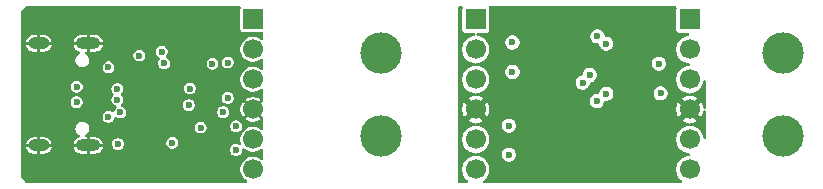
<source format=gbr>
%TF.GenerationSoftware,KiCad,Pcbnew,9.0.2-9.0.2-0~ubuntu24.04.1*%
%TF.CreationDate,2025-05-22T23:27:50+02:00*%
%TF.ProjectId,USB-UART,5553422d-5541-4525-942e-6b696361645f,rev?*%
%TF.SameCoordinates,Original*%
%TF.FileFunction,Copper,L3,Inr*%
%TF.FilePolarity,Positive*%
%FSLAX46Y46*%
G04 Gerber Fmt 4.6, Leading zero omitted, Abs format (unit mm)*
G04 Created by KiCad (PCBNEW 9.0.2-9.0.2-0~ubuntu24.04.1) date 2025-05-22 23:27:50*
%MOMM*%
%LPD*%
G01*
G04 APERTURE LIST*
%TA.AperFunction,ComponentPad*%
%ADD10O,1.800000X1.000000*%
%TD*%
%TA.AperFunction,ComponentPad*%
%ADD11O,2.100000X1.000000*%
%TD*%
%TA.AperFunction,ComponentPad*%
%ADD12R,1.700000X1.700000*%
%TD*%
%TA.AperFunction,ComponentPad*%
%ADD13C,1.700000*%
%TD*%
%TA.AperFunction,ViaPad*%
%ADD14C,0.600000*%
%TD*%
%TA.AperFunction,ViaPad*%
%ADD15C,3.500000*%
%TD*%
%TA.AperFunction,Conductor*%
%ADD16C,0.250000*%
%TD*%
G04 APERTURE END LIST*
D10*
%TO.N,GND*%
%TO.C,J1*%
X130500000Y-99320000D03*
D11*
X134680000Y-99320000D03*
D10*
X130500000Y-90680000D03*
D11*
X134680000Y-90680000D03*
%TD*%
D12*
%TO.N,VPP*%
%TO.C,J4*%
X167500000Y-88650000D03*
D13*
%TO.N,/RXD*%
X167500000Y-91190000D03*
%TO.N,/TXD*%
X167500000Y-93730000D03*
%TO.N,GND*%
X167500000Y-96270000D03*
%TO.N,/CTS*%
X167500000Y-98810000D03*
%TO.N,/RTS*%
X167500000Y-101350000D03*
%TD*%
D12*
%TO.N,VPP*%
%TO.C,J3*%
X185615000Y-88650000D03*
D13*
%TO.N,/RXD_232*%
X185615000Y-91190000D03*
%TO.N,/TXD_232*%
X185615000Y-93730000D03*
%TO.N,GND*%
X185615000Y-96270000D03*
%TO.N,/CTS_232*%
X185615000Y-98810000D03*
%TO.N,/RTS_232*%
X185615000Y-101350000D03*
%TD*%
D12*
%TO.N,VPP*%
%TO.C,J2*%
X148625000Y-88650000D03*
D13*
%TO.N,/RXD*%
X148625000Y-91190000D03*
%TO.N,/TXD*%
X148625000Y-93730000D03*
%TO.N,GND*%
X148625000Y-96270000D03*
%TO.N,/CTS*%
X148625000Y-98810000D03*
%TO.N,/RTS*%
X148625000Y-101350000D03*
%TD*%
D14*
%TO.N,VBUS*%
X136400000Y-92700000D03*
%TO.N,VCC*%
X137200000Y-99200000D03*
X141800000Y-99100000D03*
%TO.N,GND*%
X181000000Y-96500000D03*
X184000000Y-100000000D03*
X140000000Y-95000000D03*
X146100000Y-101900000D03*
X183500000Y-96500000D03*
X136500000Y-89000000D03*
D15*
X159500000Y-91500000D03*
D14*
X169000000Y-90000000D03*
D15*
X193500000Y-91500000D03*
D14*
X184000000Y-92500000D03*
X144900000Y-100000000D03*
X181000000Y-90000000D03*
X139600000Y-101000000D03*
X136400000Y-91700000D03*
X175500000Y-95000000D03*
X179500000Y-101500000D03*
X169000000Y-92500000D03*
X172889914Y-96500000D03*
X177000000Y-89000000D03*
X170500000Y-96000000D03*
X138000000Y-98200000D03*
X141500000Y-89000000D03*
X184000000Y-90000000D03*
X169000000Y-97500000D03*
X140000000Y-91500000D03*
X179500000Y-89000000D03*
X143700000Y-92300000D03*
X173000000Y-99000000D03*
D15*
X193500000Y-98500000D03*
D14*
X146400000Y-93200000D03*
X174500000Y-101500000D03*
X145800000Y-97600000D03*
X177000000Y-101500000D03*
X137200000Y-100100000D03*
X169000000Y-100000000D03*
X174500000Y-89000000D03*
D15*
X159500000Y-98500000D03*
D14*
X146500000Y-90100000D03*
X169000000Y-95000000D03*
%TO.N,+3V3*%
X137400000Y-96520000D03*
X141110000Y-92360000D03*
%TO.N,VPP*%
X145200000Y-92400000D03*
X144200000Y-97800000D03*
X146100000Y-96500000D03*
%TO.N,VBUS*%
X136400000Y-96900000D03*
%TO.N,Net-(J1-D--PadA7)*%
X133700000Y-95650000D03*
%TO.N,Net-(J1-D+-PadA6)*%
X133700000Y-94350000D03*
%TO.N,/TXD*%
X170600000Y-93100000D03*
X178550000Y-90700000D03*
X146500000Y-95300000D03*
%TO.N,/RXD*%
X177800000Y-90075000D03*
X146500000Y-92300000D03*
X170600000Y-90600000D03*
%TO.N,/RTS*%
X147200000Y-99700000D03*
X177750000Y-95550000D03*
X170300000Y-100100000D03*
%TO.N,/CTS*%
X147200000Y-97700000D03*
X170300000Y-97650000D03*
X178550000Y-94950000D03*
%TO.N,/TXD_FT*%
X143200000Y-95900000D03*
%TO.N,/RXD_FT*%
X140900000Y-91374999D03*
%TO.N,/RTS_FT*%
X143300000Y-94500000D03*
%TO.N,/CTS_FT*%
X139010000Y-91710000D03*
%TO.N,/USB_DM*%
X137150000Y-95450000D03*
%TO.N,/USB_DP*%
X137150000Y-94550000D03*
%TO.N,/RXD_232*%
X183000000Y-92400000D03*
X177150000Y-93350000D03*
%TO.N,/TXD_232*%
X183150000Y-94900000D03*
X176550000Y-94000000D03*
%TD*%
D16*
%TO.N,GND*%
X146100000Y-91205000D02*
X146100000Y-91100000D01*
%TD*%
%TA.AperFunction,Conductor*%
%TO.N,GND*%
G36*
X166330712Y-87519685D02*
G01*
X166376467Y-87572489D01*
X166386411Y-87641647D01*
X166377107Y-87674087D01*
X166352415Y-87730006D01*
X166352415Y-87730008D01*
X166349500Y-87755131D01*
X166349500Y-89544856D01*
X166349502Y-89544882D01*
X166352413Y-89569987D01*
X166352415Y-89569991D01*
X166397793Y-89672764D01*
X166397794Y-89672765D01*
X166477235Y-89752206D01*
X166580009Y-89797585D01*
X166605135Y-89800500D01*
X167342873Y-89800499D01*
X167409910Y-89820183D01*
X167455665Y-89872987D01*
X167465609Y-89942146D01*
X167436584Y-90005702D01*
X167377806Y-90043476D01*
X167362270Y-90046972D01*
X167230589Y-90067829D01*
X167058363Y-90123787D01*
X167058360Y-90123788D01*
X166897002Y-90206006D01*
X166750505Y-90312441D01*
X166750500Y-90312445D01*
X166622445Y-90440500D01*
X166622441Y-90440505D01*
X166516006Y-90587002D01*
X166433788Y-90748360D01*
X166433787Y-90748363D01*
X166377829Y-90920589D01*
X166349500Y-91099448D01*
X166349500Y-91280551D01*
X166377829Y-91459410D01*
X166433787Y-91631636D01*
X166433788Y-91631639D01*
X166516006Y-91792997D01*
X166622441Y-91939494D01*
X166622445Y-91939499D01*
X166750500Y-92067554D01*
X166750505Y-92067558D01*
X166878287Y-92160396D01*
X166897006Y-92173996D01*
X167002484Y-92227740D01*
X167058360Y-92256211D01*
X167058363Y-92256212D01*
X167144476Y-92284191D01*
X167230591Y-92312171D01*
X167303639Y-92323740D01*
X167390678Y-92337527D01*
X167453813Y-92367456D01*
X167490744Y-92426768D01*
X167489746Y-92496631D01*
X167451136Y-92554863D01*
X167390678Y-92582473D01*
X167230589Y-92607829D01*
X167058363Y-92663787D01*
X167058360Y-92663788D01*
X166897002Y-92746006D01*
X166750505Y-92852441D01*
X166750500Y-92852445D01*
X166622445Y-92980500D01*
X166622441Y-92980505D01*
X166516006Y-93127002D01*
X166433788Y-93288360D01*
X166433787Y-93288363D01*
X166377829Y-93460589D01*
X166349500Y-93639448D01*
X166349500Y-93820551D01*
X166377829Y-93999410D01*
X166433787Y-94171636D01*
X166433788Y-94171639D01*
X166516006Y-94332997D01*
X166622441Y-94479494D01*
X166622445Y-94479499D01*
X166750500Y-94607554D01*
X166750505Y-94607558D01*
X166833985Y-94668209D01*
X166897006Y-94713996D01*
X167002484Y-94767740D01*
X167058360Y-94796211D01*
X167058363Y-94796212D01*
X167134486Y-94820945D01*
X167230591Y-94852171D01*
X167349113Y-94870943D01*
X167392279Y-94877780D01*
X167455414Y-94907709D01*
X167492345Y-94967021D01*
X167491347Y-95036883D01*
X167452737Y-95095116D01*
X167392279Y-95122726D01*
X167230706Y-95148317D01*
X167058555Y-95204251D01*
X167058547Y-95204254D01*
X166897269Y-95286432D01*
X166881466Y-95297912D01*
X166881466Y-95297913D01*
X167370591Y-95787037D01*
X167307007Y-95804075D01*
X167192993Y-95869901D01*
X167099901Y-95962993D01*
X167034075Y-96077007D01*
X167017037Y-96140590D01*
X166527913Y-95651466D01*
X166527912Y-95651466D01*
X166516432Y-95667269D01*
X166434254Y-95828547D01*
X166434251Y-95828555D01*
X166378317Y-96000706D01*
X166350000Y-96179493D01*
X166350000Y-96360506D01*
X166378317Y-96539293D01*
X166434251Y-96711444D01*
X166434252Y-96711447D01*
X166516431Y-96872730D01*
X166527913Y-96888532D01*
X166527913Y-96888533D01*
X167017037Y-96399409D01*
X167034075Y-96462993D01*
X167099901Y-96577007D01*
X167192993Y-96670099D01*
X167307007Y-96735925D01*
X167370590Y-96752962D01*
X166881466Y-97242085D01*
X166881466Y-97242086D01*
X166897267Y-97253566D01*
X166897275Y-97253571D01*
X167058552Y-97335747D01*
X167058555Y-97335748D01*
X167230706Y-97391682D01*
X167392279Y-97417273D01*
X167455413Y-97447202D01*
X167492345Y-97506513D01*
X167491347Y-97576376D01*
X167452738Y-97634609D01*
X167392280Y-97662219D01*
X167230589Y-97687829D01*
X167058363Y-97743787D01*
X167058360Y-97743788D01*
X166897002Y-97826006D01*
X166750505Y-97932441D01*
X166750500Y-97932445D01*
X166622445Y-98060500D01*
X166622441Y-98060505D01*
X166516006Y-98207002D01*
X166433788Y-98368360D01*
X166433787Y-98368363D01*
X166377829Y-98540589D01*
X166349500Y-98719448D01*
X166349500Y-98900551D01*
X166377829Y-99079410D01*
X166433787Y-99251636D01*
X166433788Y-99251639D01*
X166516006Y-99412997D01*
X166622441Y-99559494D01*
X166622445Y-99559499D01*
X166750500Y-99687554D01*
X166750505Y-99687558D01*
X166810698Y-99731290D01*
X166897006Y-99793996D01*
X167002484Y-99847740D01*
X167058360Y-99876211D01*
X167058363Y-99876212D01*
X167144476Y-99904191D01*
X167230591Y-99932171D01*
X167303639Y-99943740D01*
X167390678Y-99957527D01*
X167453813Y-99987456D01*
X167490744Y-100046768D01*
X167489746Y-100116631D01*
X167451136Y-100174863D01*
X167390678Y-100202473D01*
X167230589Y-100227829D01*
X167058363Y-100283787D01*
X167058360Y-100283788D01*
X166897002Y-100366006D01*
X166750505Y-100472441D01*
X166750500Y-100472445D01*
X166622445Y-100600500D01*
X166622441Y-100600505D01*
X166516006Y-100747002D01*
X166433788Y-100908360D01*
X166433787Y-100908363D01*
X166377829Y-101080589D01*
X166349500Y-101259448D01*
X166349500Y-101440551D01*
X166377829Y-101619410D01*
X166433787Y-101791636D01*
X166433788Y-101791639D01*
X166516006Y-101952997D01*
X166622441Y-102099494D01*
X166622445Y-102099499D01*
X166750500Y-102227554D01*
X166750505Y-102227558D01*
X166816742Y-102275682D01*
X166859408Y-102331011D01*
X166865387Y-102400625D01*
X166832782Y-102462420D01*
X166771943Y-102496777D01*
X166743857Y-102500000D01*
X166124000Y-102500000D01*
X166056961Y-102480315D01*
X166011206Y-102427511D01*
X166000000Y-102376000D01*
X166000000Y-87624000D01*
X166019685Y-87556961D01*
X166072489Y-87511206D01*
X166124000Y-87500000D01*
X166263673Y-87500000D01*
X166330712Y-87519685D01*
G37*
%TD.AperFunction*%
%TA.AperFunction,Conductor*%
G36*
X184445712Y-87519685D02*
G01*
X184491467Y-87572489D01*
X184501411Y-87641647D01*
X184492107Y-87674087D01*
X184467415Y-87730006D01*
X184467415Y-87730008D01*
X184464500Y-87755131D01*
X184464500Y-89544856D01*
X184464502Y-89544882D01*
X184467413Y-89569987D01*
X184467415Y-89569991D01*
X184512793Y-89672764D01*
X184512794Y-89672765D01*
X184592235Y-89752206D01*
X184695009Y-89797585D01*
X184720135Y-89800500D01*
X185457873Y-89800499D01*
X185524910Y-89820183D01*
X185570665Y-89872987D01*
X185580609Y-89942146D01*
X185551584Y-90005702D01*
X185492806Y-90043476D01*
X185477270Y-90046972D01*
X185345589Y-90067829D01*
X185173363Y-90123787D01*
X185173360Y-90123788D01*
X185012002Y-90206006D01*
X184865505Y-90312441D01*
X184865500Y-90312445D01*
X184737445Y-90440500D01*
X184737441Y-90440505D01*
X184631006Y-90587002D01*
X184548788Y-90748360D01*
X184548787Y-90748363D01*
X184492829Y-90920589D01*
X184464500Y-91099448D01*
X184464500Y-91280551D01*
X184492829Y-91459410D01*
X184548787Y-91631636D01*
X184548788Y-91631639D01*
X184631006Y-91792997D01*
X184737441Y-91939494D01*
X184737445Y-91939499D01*
X184865500Y-92067554D01*
X184865505Y-92067558D01*
X184993287Y-92160396D01*
X185012006Y-92173996D01*
X185117484Y-92227740D01*
X185173360Y-92256211D01*
X185173363Y-92256212D01*
X185259476Y-92284191D01*
X185345591Y-92312171D01*
X185418639Y-92323740D01*
X185505678Y-92337527D01*
X185568813Y-92367456D01*
X185605744Y-92426768D01*
X185604746Y-92496631D01*
X185566136Y-92554863D01*
X185505678Y-92582473D01*
X185345589Y-92607829D01*
X185173363Y-92663787D01*
X185173360Y-92663788D01*
X185012002Y-92746006D01*
X184865505Y-92852441D01*
X184865500Y-92852445D01*
X184737445Y-92980500D01*
X184737441Y-92980505D01*
X184631006Y-93127002D01*
X184548788Y-93288360D01*
X184548787Y-93288363D01*
X184492829Y-93460589D01*
X184464500Y-93639448D01*
X184464500Y-93820551D01*
X184492829Y-93999410D01*
X184548787Y-94171636D01*
X184548788Y-94171639D01*
X184631006Y-94332997D01*
X184737441Y-94479494D01*
X184737445Y-94479499D01*
X184865500Y-94607554D01*
X184865505Y-94607558D01*
X184948985Y-94668209D01*
X185012006Y-94713996D01*
X185117484Y-94767740D01*
X185173360Y-94796211D01*
X185173363Y-94796212D01*
X185249486Y-94820945D01*
X185345591Y-94852171D01*
X185464113Y-94870943D01*
X185507279Y-94877780D01*
X185570414Y-94907709D01*
X185607345Y-94967021D01*
X185606347Y-95036883D01*
X185567737Y-95095116D01*
X185507279Y-95122726D01*
X185345706Y-95148317D01*
X185173555Y-95204251D01*
X185173547Y-95204254D01*
X185012269Y-95286432D01*
X184996466Y-95297912D01*
X184996466Y-95297913D01*
X185485591Y-95787037D01*
X185422007Y-95804075D01*
X185307993Y-95869901D01*
X185214901Y-95962993D01*
X185149075Y-96077007D01*
X185132037Y-96140590D01*
X184642913Y-95651466D01*
X184642912Y-95651466D01*
X184631432Y-95667269D01*
X184549254Y-95828547D01*
X184549251Y-95828555D01*
X184493317Y-96000706D01*
X184465000Y-96179493D01*
X184465000Y-96360506D01*
X184493317Y-96539293D01*
X184549251Y-96711444D01*
X184549252Y-96711447D01*
X184631431Y-96872730D01*
X184642913Y-96888532D01*
X184642913Y-96888533D01*
X185132037Y-96399409D01*
X185149075Y-96462993D01*
X185214901Y-96577007D01*
X185307993Y-96670099D01*
X185422007Y-96735925D01*
X185485590Y-96752962D01*
X184996466Y-97242085D01*
X184996466Y-97242086D01*
X185012267Y-97253566D01*
X185012275Y-97253571D01*
X185173552Y-97335747D01*
X185173555Y-97335748D01*
X185345706Y-97391682D01*
X185507279Y-97417273D01*
X185570413Y-97447202D01*
X185607345Y-97506513D01*
X185606347Y-97576376D01*
X185567738Y-97634609D01*
X185507280Y-97662219D01*
X185345589Y-97687829D01*
X185173363Y-97743787D01*
X185173360Y-97743788D01*
X185012002Y-97826006D01*
X184865505Y-97932441D01*
X184865500Y-97932445D01*
X184737445Y-98060500D01*
X184737441Y-98060505D01*
X184631006Y-98207002D01*
X184548788Y-98368360D01*
X184548787Y-98368363D01*
X184492829Y-98540589D01*
X184464500Y-98719448D01*
X184464500Y-98900551D01*
X184492829Y-99079410D01*
X184548787Y-99251636D01*
X184548788Y-99251639D01*
X184631006Y-99412997D01*
X184737441Y-99559494D01*
X184737445Y-99559499D01*
X184865500Y-99687554D01*
X184865505Y-99687558D01*
X184925698Y-99731290D01*
X185012006Y-99793996D01*
X185117484Y-99847740D01*
X185173360Y-99876211D01*
X185173363Y-99876212D01*
X185259476Y-99904191D01*
X185345591Y-99932171D01*
X185418639Y-99943740D01*
X185505678Y-99957527D01*
X185568813Y-99987456D01*
X185605744Y-100046768D01*
X185604746Y-100116631D01*
X185566136Y-100174863D01*
X185505678Y-100202473D01*
X185345589Y-100227829D01*
X185173363Y-100283787D01*
X185173360Y-100283788D01*
X185012002Y-100366006D01*
X184865505Y-100472441D01*
X184865500Y-100472445D01*
X184737445Y-100600500D01*
X184737441Y-100600505D01*
X184631006Y-100747002D01*
X184548788Y-100908360D01*
X184548787Y-100908363D01*
X184492829Y-101080589D01*
X184464500Y-101259448D01*
X184464500Y-101440551D01*
X184492829Y-101619410D01*
X184548787Y-101791636D01*
X184548788Y-101791639D01*
X184631006Y-101952997D01*
X184737441Y-102099494D01*
X184737445Y-102099499D01*
X184865500Y-102227554D01*
X184865505Y-102227558D01*
X184931742Y-102275682D01*
X184974408Y-102331011D01*
X184980387Y-102400625D01*
X184947782Y-102462420D01*
X184886943Y-102496777D01*
X184858857Y-102500000D01*
X168256143Y-102500000D01*
X168189104Y-102480315D01*
X168143349Y-102427511D01*
X168133405Y-102358353D01*
X168162430Y-102294797D01*
X168183258Y-102275682D01*
X168249494Y-102227558D01*
X168249492Y-102227558D01*
X168249501Y-102227553D01*
X168377553Y-102099501D01*
X168483996Y-101952994D01*
X168566211Y-101791639D01*
X168622171Y-101619409D01*
X168638527Y-101516144D01*
X168650500Y-101440551D01*
X168650500Y-101259448D01*
X168634019Y-101155397D01*
X168622171Y-101080591D01*
X168566211Y-100908361D01*
X168566211Y-100908360D01*
X168537740Y-100852484D01*
X168483996Y-100747006D01*
X168450207Y-100700499D01*
X168377558Y-100600505D01*
X168377554Y-100600500D01*
X168249499Y-100472445D01*
X168249494Y-100472441D01*
X168102997Y-100366006D01*
X168102996Y-100366005D01*
X168102994Y-100366004D01*
X168035832Y-100331783D01*
X167941639Y-100283788D01*
X167941636Y-100283787D01*
X167769410Y-100227829D01*
X167609321Y-100202473D01*
X167546186Y-100172544D01*
X167509255Y-100113232D01*
X167510253Y-100043370D01*
X167525123Y-100020943D01*
X169699500Y-100020943D01*
X169699500Y-100179057D01*
X169727563Y-100283787D01*
X169740423Y-100331783D01*
X169740426Y-100331790D01*
X169819475Y-100468709D01*
X169819479Y-100468714D01*
X169819480Y-100468716D01*
X169931284Y-100580520D01*
X169931286Y-100580521D01*
X169931290Y-100580524D01*
X169965899Y-100600505D01*
X170068216Y-100659577D01*
X170220943Y-100700500D01*
X170220945Y-100700500D01*
X170379055Y-100700500D01*
X170379057Y-100700500D01*
X170531784Y-100659577D01*
X170668716Y-100580520D01*
X170780520Y-100468716D01*
X170859577Y-100331784D01*
X170900500Y-100179057D01*
X170900500Y-100020943D01*
X170859577Y-99868216D01*
X170859573Y-99868209D01*
X170780524Y-99731290D01*
X170780518Y-99731282D01*
X170668717Y-99619481D01*
X170668709Y-99619475D01*
X170531790Y-99540426D01*
X170531786Y-99540424D01*
X170531784Y-99540423D01*
X170379057Y-99499500D01*
X170220943Y-99499500D01*
X170068216Y-99540423D01*
X170068209Y-99540426D01*
X169931290Y-99619475D01*
X169931282Y-99619481D01*
X169819481Y-99731282D01*
X169819475Y-99731290D01*
X169740426Y-99868209D01*
X169740423Y-99868216D01*
X169699500Y-100020943D01*
X167525123Y-100020943D01*
X167548863Y-99985137D01*
X167609321Y-99957527D01*
X167679425Y-99946422D01*
X167769409Y-99932171D01*
X167858236Y-99903309D01*
X167884166Y-99894885D01*
X167884166Y-99894884D01*
X167941639Y-99876211D01*
X168102994Y-99793996D01*
X168249501Y-99687553D01*
X168377553Y-99559501D01*
X168483996Y-99412994D01*
X168566211Y-99251639D01*
X168622171Y-99079409D01*
X168638527Y-98976144D01*
X168650500Y-98900551D01*
X168650500Y-98719448D01*
X168634019Y-98615397D01*
X168622171Y-98540591D01*
X168566211Y-98368361D01*
X168566211Y-98368360D01*
X168506157Y-98250500D01*
X168483996Y-98207006D01*
X168428425Y-98130518D01*
X168377558Y-98060505D01*
X168377554Y-98060500D01*
X168249499Y-97932445D01*
X168249494Y-97932441D01*
X168102997Y-97826006D01*
X168102996Y-97826005D01*
X168102994Y-97826004D01*
X168051300Y-97799664D01*
X167941639Y-97743788D01*
X167941636Y-97743787D01*
X167769410Y-97687829D01*
X167753373Y-97685289D01*
X167753373Y-97685288D01*
X167607720Y-97662219D01*
X167544585Y-97632289D01*
X167507654Y-97572978D01*
X167507683Y-97570943D01*
X169699500Y-97570943D01*
X169699500Y-97729057D01*
X169725478Y-97826006D01*
X169740423Y-97881783D01*
X169740426Y-97881790D01*
X169819475Y-98018709D01*
X169819479Y-98018714D01*
X169819480Y-98018716D01*
X169931284Y-98130520D01*
X169931286Y-98130521D01*
X169931290Y-98130524D01*
X170063756Y-98207002D01*
X170068216Y-98209577D01*
X170220943Y-98250500D01*
X170220945Y-98250500D01*
X170379055Y-98250500D01*
X170379057Y-98250500D01*
X170531784Y-98209577D01*
X170668716Y-98130520D01*
X170780520Y-98018716D01*
X170859577Y-97881784D01*
X170900500Y-97729057D01*
X170900500Y-97570943D01*
X170859577Y-97418216D01*
X170811963Y-97335745D01*
X170780524Y-97281290D01*
X170780518Y-97281282D01*
X170668717Y-97169481D01*
X170668709Y-97169475D01*
X170531790Y-97090426D01*
X170531786Y-97090424D01*
X170531784Y-97090423D01*
X170379057Y-97049500D01*
X170220943Y-97049500D01*
X170068216Y-97090423D01*
X170068209Y-97090426D01*
X169931290Y-97169475D01*
X169931282Y-97169481D01*
X169819481Y-97281282D01*
X169819475Y-97281290D01*
X169740426Y-97418209D01*
X169740423Y-97418216D01*
X169699500Y-97570943D01*
X167507683Y-97570943D01*
X167508652Y-97503115D01*
X167547262Y-97444883D01*
X167607721Y-97417273D01*
X167769292Y-97391683D01*
X167941444Y-97335748D01*
X167941452Y-97335745D01*
X168102730Y-97253568D01*
X168118532Y-97242085D01*
X168118533Y-97242085D01*
X167629410Y-96752962D01*
X167692993Y-96735925D01*
X167807007Y-96670099D01*
X167900099Y-96577007D01*
X167965925Y-96462993D01*
X167982962Y-96399409D01*
X168472085Y-96888532D01*
X168483568Y-96872730D01*
X168565745Y-96711452D01*
X168565748Y-96711444D01*
X168621682Y-96539293D01*
X168650000Y-96360506D01*
X168650000Y-96179493D01*
X168621682Y-96000706D01*
X168565748Y-95828555D01*
X168565747Y-95828552D01*
X168483571Y-95667275D01*
X168483566Y-95667267D01*
X168472085Y-95651466D01*
X167982962Y-96140589D01*
X167965925Y-96077007D01*
X167900099Y-95962993D01*
X167807007Y-95869901D01*
X167692993Y-95804075D01*
X167629409Y-95787037D01*
X167945504Y-95470943D01*
X177149500Y-95470943D01*
X177149500Y-95629057D01*
X177187266Y-95770000D01*
X177190423Y-95781783D01*
X177190426Y-95781790D01*
X177269475Y-95918709D01*
X177269479Y-95918714D01*
X177269480Y-95918716D01*
X177381284Y-96030520D01*
X177381286Y-96030521D01*
X177381290Y-96030524D01*
X177480251Y-96087658D01*
X177518216Y-96109577D01*
X177670943Y-96150500D01*
X177670945Y-96150500D01*
X177829055Y-96150500D01*
X177829057Y-96150500D01*
X177981784Y-96109577D01*
X178118716Y-96030520D01*
X178230520Y-95918716D01*
X178309577Y-95781784D01*
X178346923Y-95642404D01*
X178383287Y-95582746D01*
X178446134Y-95552217D01*
X178466697Y-95550500D01*
X178629055Y-95550500D01*
X178629057Y-95550500D01*
X178781784Y-95509577D01*
X178918716Y-95430520D01*
X179030520Y-95318716D01*
X179109577Y-95181784D01*
X179150500Y-95029057D01*
X179150500Y-94870943D01*
X179137103Y-94820943D01*
X182549500Y-94820943D01*
X182549500Y-94979057D01*
X182579977Y-95092797D01*
X182590423Y-95131783D01*
X182590426Y-95131790D01*
X182669475Y-95268709D01*
X182669479Y-95268714D01*
X182669480Y-95268716D01*
X182781284Y-95380520D01*
X182781286Y-95380521D01*
X182781290Y-95380524D01*
X182867887Y-95430520D01*
X182918216Y-95459577D01*
X183070943Y-95500500D01*
X183070945Y-95500500D01*
X183229055Y-95500500D01*
X183229057Y-95500500D01*
X183381784Y-95459577D01*
X183518716Y-95380520D01*
X183630520Y-95268716D01*
X183709577Y-95131784D01*
X183750500Y-94979057D01*
X183750500Y-94820943D01*
X183709577Y-94668216D01*
X183709573Y-94668209D01*
X183630524Y-94531290D01*
X183630518Y-94531282D01*
X183518717Y-94419481D01*
X183518709Y-94419475D01*
X183381790Y-94340426D01*
X183381786Y-94340424D01*
X183381784Y-94340423D01*
X183229057Y-94299500D01*
X183070943Y-94299500D01*
X182918216Y-94340423D01*
X182918209Y-94340426D01*
X182781290Y-94419475D01*
X182781282Y-94419481D01*
X182669481Y-94531282D01*
X182669475Y-94531290D01*
X182590426Y-94668209D01*
X182590423Y-94668216D01*
X182549500Y-94820943D01*
X179137103Y-94820943D01*
X179109577Y-94718216D01*
X179080706Y-94668209D01*
X179030524Y-94581290D01*
X179030518Y-94581282D01*
X178918717Y-94469481D01*
X178918709Y-94469475D01*
X178781790Y-94390426D01*
X178781786Y-94390424D01*
X178781784Y-94390423D01*
X178629057Y-94349500D01*
X178470943Y-94349500D01*
X178318216Y-94390423D01*
X178318209Y-94390426D01*
X178181290Y-94469475D01*
X178181282Y-94469481D01*
X178069481Y-94581282D01*
X178069475Y-94581290D01*
X177990426Y-94718209D01*
X177990424Y-94718214D01*
X177990423Y-94718216D01*
X177953076Y-94857595D01*
X177916713Y-94917254D01*
X177853866Y-94947783D01*
X177833303Y-94949500D01*
X177670943Y-94949500D01*
X177518216Y-94990423D01*
X177518209Y-94990426D01*
X177381290Y-95069475D01*
X177381282Y-95069481D01*
X177269481Y-95181282D01*
X177269475Y-95181290D01*
X177190426Y-95318209D01*
X177190423Y-95318216D01*
X177149500Y-95470943D01*
X167945504Y-95470943D01*
X168041312Y-95375135D01*
X168118533Y-95297913D01*
X168102730Y-95286431D01*
X167941447Y-95204252D01*
X167941444Y-95204251D01*
X167769293Y-95148317D01*
X167607720Y-95122726D01*
X167544585Y-95092797D01*
X167507654Y-95033485D01*
X167508652Y-94963623D01*
X167547262Y-94905390D01*
X167607720Y-94877780D01*
X167622270Y-94875475D01*
X167769409Y-94852171D01*
X167941639Y-94796211D01*
X168102994Y-94713996D01*
X168249501Y-94607553D01*
X168377553Y-94479501D01*
X168483996Y-94332994D01*
X168566211Y-94171639D01*
X168622171Y-93999409D01*
X168634599Y-93920943D01*
X175949500Y-93920943D01*
X175949500Y-94079057D01*
X175974307Y-94171636D01*
X175990423Y-94231783D01*
X175990426Y-94231790D01*
X176069475Y-94368709D01*
X176069479Y-94368714D01*
X176069480Y-94368716D01*
X176181284Y-94480520D01*
X176181286Y-94480521D01*
X176181290Y-94480524D01*
X176269221Y-94531290D01*
X176318216Y-94559577D01*
X176470943Y-94600500D01*
X176470945Y-94600500D01*
X176629055Y-94600500D01*
X176629057Y-94600500D01*
X176781784Y-94559577D01*
X176918716Y-94480520D01*
X177030520Y-94368716D01*
X177109577Y-94231784D01*
X177150500Y-94079057D01*
X177150500Y-94066697D01*
X177170185Y-93999658D01*
X177222989Y-93953903D01*
X177242397Y-93946925D01*
X177381784Y-93909577D01*
X177518716Y-93830520D01*
X177630520Y-93718716D01*
X177709577Y-93581784D01*
X177750500Y-93429057D01*
X177750500Y-93270943D01*
X177709577Y-93118216D01*
X177653417Y-93020943D01*
X177630524Y-92981290D01*
X177630518Y-92981282D01*
X177518717Y-92869481D01*
X177518709Y-92869475D01*
X177381790Y-92790426D01*
X177381786Y-92790424D01*
X177381784Y-92790423D01*
X177229057Y-92749500D01*
X177070943Y-92749500D01*
X176918216Y-92790423D01*
X176918209Y-92790426D01*
X176781290Y-92869475D01*
X176781282Y-92869481D01*
X176669481Y-92981282D01*
X176669475Y-92981290D01*
X176590426Y-93118209D01*
X176590423Y-93118216D01*
X176549500Y-93270943D01*
X176549500Y-93283302D01*
X176529815Y-93350341D01*
X176477011Y-93396096D01*
X176457595Y-93403076D01*
X176426654Y-93411367D01*
X176318214Y-93440423D01*
X176318209Y-93440426D01*
X176181290Y-93519475D01*
X176181282Y-93519481D01*
X176069481Y-93631282D01*
X176069475Y-93631290D01*
X175990426Y-93768209D01*
X175990423Y-93768216D01*
X175949500Y-93920943D01*
X168634599Y-93920943D01*
X168638959Y-93893418D01*
X168650500Y-93820551D01*
X168650500Y-93639448D01*
X168631497Y-93519475D01*
X168622171Y-93460591D01*
X168580320Y-93331784D01*
X168566212Y-93288363D01*
X168566211Y-93288360D01*
X168510517Y-93179057D01*
X168483996Y-93127006D01*
X168477605Y-93118209D01*
X168453987Y-93085701D01*
X168406938Y-93020943D01*
X169999500Y-93020943D01*
X169999500Y-93179057D01*
X170028789Y-93288363D01*
X170040423Y-93331783D01*
X170040426Y-93331790D01*
X170119475Y-93468709D01*
X170119479Y-93468714D01*
X170119480Y-93468716D01*
X170231284Y-93580520D01*
X170231286Y-93580521D01*
X170231290Y-93580524D01*
X170364187Y-93657251D01*
X170368216Y-93659577D01*
X170520943Y-93700500D01*
X170520945Y-93700500D01*
X170679055Y-93700500D01*
X170679057Y-93700500D01*
X170831784Y-93659577D01*
X170968716Y-93580520D01*
X171080520Y-93468716D01*
X171159577Y-93331784D01*
X171200500Y-93179057D01*
X171200500Y-93020943D01*
X171159577Y-92868216D01*
X171150469Y-92852441D01*
X171080524Y-92731290D01*
X171080518Y-92731282D01*
X170968717Y-92619481D01*
X170968709Y-92619475D01*
X170831790Y-92540426D01*
X170831786Y-92540424D01*
X170831784Y-92540423D01*
X170679057Y-92499500D01*
X170520943Y-92499500D01*
X170368216Y-92540423D01*
X170368209Y-92540426D01*
X170231290Y-92619475D01*
X170231282Y-92619481D01*
X170119481Y-92731282D01*
X170119475Y-92731290D01*
X170040426Y-92868209D01*
X170040423Y-92868216D01*
X169999500Y-93020943D01*
X168406938Y-93020943D01*
X168377558Y-92980504D01*
X168249499Y-92852445D01*
X168249494Y-92852441D01*
X168102997Y-92746006D01*
X168102996Y-92746005D01*
X168102994Y-92746004D01*
X168051300Y-92719664D01*
X167941639Y-92663788D01*
X167941636Y-92663787D01*
X167769410Y-92607829D01*
X167609321Y-92582473D01*
X167546186Y-92552544D01*
X167509255Y-92493232D01*
X167510253Y-92423370D01*
X167548863Y-92365137D01*
X167609321Y-92337527D01*
X167679425Y-92326422D01*
X167714021Y-92320943D01*
X182399500Y-92320943D01*
X182399500Y-92479057D01*
X182437127Y-92619481D01*
X182440423Y-92631783D01*
X182440426Y-92631790D01*
X182519475Y-92768709D01*
X182519479Y-92768714D01*
X182519480Y-92768716D01*
X182631284Y-92880520D01*
X182631286Y-92880521D01*
X182631290Y-92880524D01*
X182768209Y-92959573D01*
X182768216Y-92959577D01*
X182920943Y-93000500D01*
X182920945Y-93000500D01*
X183079055Y-93000500D01*
X183079057Y-93000500D01*
X183231784Y-92959577D01*
X183368716Y-92880520D01*
X183480520Y-92768716D01*
X183559577Y-92631784D01*
X183600500Y-92479057D01*
X183600500Y-92320943D01*
X183559577Y-92168216D01*
X183501463Y-92067558D01*
X183480524Y-92031290D01*
X183480518Y-92031282D01*
X183368717Y-91919481D01*
X183368709Y-91919475D01*
X183231790Y-91840426D01*
X183231786Y-91840424D01*
X183231784Y-91840423D01*
X183079057Y-91799500D01*
X182920943Y-91799500D01*
X182768216Y-91840423D01*
X182768209Y-91840426D01*
X182631290Y-91919475D01*
X182631282Y-91919481D01*
X182519481Y-92031282D01*
X182519475Y-92031290D01*
X182440426Y-92168209D01*
X182440423Y-92168216D01*
X182399500Y-92320943D01*
X167714021Y-92320943D01*
X167769409Y-92312171D01*
X167941639Y-92256211D01*
X168047384Y-92202331D01*
X168047387Y-92202330D01*
X168102992Y-92173997D01*
X168102991Y-92173997D01*
X168102994Y-92173996D01*
X168249501Y-92067553D01*
X168377553Y-91939501D01*
X168483996Y-91792994D01*
X168566211Y-91631639D01*
X168622171Y-91459409D01*
X168647340Y-91300499D01*
X168650500Y-91280551D01*
X168650500Y-91099448D01*
X168629792Y-90968709D01*
X168622171Y-90920591D01*
X168566211Y-90748361D01*
X168566211Y-90748360D01*
X168483994Y-90587002D01*
X168483045Y-90585696D01*
X168483044Y-90585695D01*
X168435999Y-90520943D01*
X169999500Y-90520943D01*
X169999500Y-90679057D01*
X170026295Y-90779055D01*
X170040423Y-90831783D01*
X170040426Y-90831790D01*
X170119475Y-90968709D01*
X170119479Y-90968714D01*
X170119480Y-90968716D01*
X170231284Y-91080520D01*
X170231286Y-91080521D01*
X170231290Y-91080524D01*
X170312128Y-91127195D01*
X170368216Y-91159577D01*
X170520943Y-91200500D01*
X170520945Y-91200500D01*
X170679055Y-91200500D01*
X170679057Y-91200500D01*
X170831784Y-91159577D01*
X170968716Y-91080520D01*
X171080520Y-90968716D01*
X171159577Y-90831784D01*
X171200500Y-90679057D01*
X171200500Y-90520943D01*
X171159577Y-90368216D01*
X171138258Y-90331290D01*
X171080524Y-90231290D01*
X171080518Y-90231282D01*
X170968717Y-90119481D01*
X170968716Y-90119480D01*
X170926667Y-90095203D01*
X170926665Y-90095201D01*
X170831790Y-90040426D01*
X170831786Y-90040424D01*
X170831784Y-90040423D01*
X170679057Y-89999500D01*
X170520943Y-89999500D01*
X170368216Y-90040423D01*
X170368209Y-90040426D01*
X170231290Y-90119475D01*
X170231282Y-90119481D01*
X170119481Y-90231282D01*
X170119475Y-90231290D01*
X170040426Y-90368209D01*
X170040423Y-90368216D01*
X169999500Y-90520943D01*
X168435999Y-90520943D01*
X168377558Y-90440505D01*
X168377554Y-90440500D01*
X168249499Y-90312445D01*
X168249494Y-90312441D01*
X168102997Y-90206006D01*
X168102996Y-90206005D01*
X168102994Y-90206004D01*
X168051300Y-90179664D01*
X167941639Y-90123788D01*
X167941636Y-90123787D01*
X167769410Y-90067829D01*
X167637728Y-90046972D01*
X167574594Y-90017042D01*
X167561456Y-89995943D01*
X177199500Y-89995943D01*
X177199500Y-90154057D01*
X177220195Y-90231290D01*
X177240423Y-90306783D01*
X177240426Y-90306790D01*
X177319475Y-90443709D01*
X177319479Y-90443714D01*
X177319480Y-90443716D01*
X177431284Y-90555520D01*
X177431286Y-90555521D01*
X177431290Y-90555524D01*
X177544601Y-90620943D01*
X177568216Y-90634577D01*
X177720943Y-90675500D01*
X177720945Y-90675500D01*
X177827122Y-90675500D01*
X177894161Y-90695185D01*
X177939916Y-90747989D01*
X177946640Y-90771409D01*
X177947397Y-90771207D01*
X177949500Y-90779055D01*
X177949500Y-90779057D01*
X177987424Y-90920591D01*
X177990423Y-90931783D01*
X177990426Y-90931790D01*
X178069475Y-91068709D01*
X178069479Y-91068714D01*
X178069480Y-91068716D01*
X178181284Y-91180520D01*
X178181286Y-91180521D01*
X178181290Y-91180524D01*
X178312155Y-91256078D01*
X178318216Y-91259577D01*
X178470943Y-91300500D01*
X178470945Y-91300500D01*
X178629055Y-91300500D01*
X178629057Y-91300500D01*
X178781784Y-91259577D01*
X178918716Y-91180520D01*
X179030520Y-91068716D01*
X179109577Y-90931784D01*
X179150500Y-90779057D01*
X179150500Y-90620943D01*
X179109577Y-90468216D01*
X179051843Y-90368216D01*
X179030524Y-90331290D01*
X179030518Y-90331282D01*
X178918717Y-90219481D01*
X178918709Y-90219475D01*
X178781790Y-90140426D01*
X178781786Y-90140424D01*
X178781784Y-90140423D01*
X178629057Y-90099500D01*
X178522878Y-90099500D01*
X178455839Y-90079815D01*
X178410084Y-90027011D01*
X178403359Y-90003590D01*
X178402603Y-90003793D01*
X178371541Y-89887868D01*
X178359577Y-89843216D01*
X178334915Y-89800499D01*
X178280524Y-89706290D01*
X178280518Y-89706282D01*
X178168717Y-89594481D01*
X178168709Y-89594475D01*
X178031790Y-89515426D01*
X178031786Y-89515424D01*
X178031784Y-89515423D01*
X177879057Y-89474500D01*
X177720943Y-89474500D01*
X177568216Y-89515423D01*
X177568209Y-89515426D01*
X177431290Y-89594475D01*
X177431282Y-89594481D01*
X177319481Y-89706282D01*
X177319475Y-89706290D01*
X177240426Y-89843209D01*
X177240423Y-89843216D01*
X177199500Y-89995943D01*
X167561456Y-89995943D01*
X167537663Y-89957731D01*
X167538661Y-89887868D01*
X167577271Y-89829636D01*
X167641235Y-89801522D01*
X167657120Y-89800499D01*
X168394864Y-89800499D01*
X168394879Y-89800497D01*
X168394882Y-89800497D01*
X168419987Y-89797586D01*
X168419988Y-89797585D01*
X168419991Y-89797585D01*
X168522765Y-89752206D01*
X168602206Y-89672765D01*
X168647585Y-89569991D01*
X168650500Y-89544865D01*
X168650499Y-87755136D01*
X168650497Y-87755117D01*
X168647586Y-87730013D01*
X168647585Y-87730011D01*
X168647585Y-87730009D01*
X168622891Y-87674083D01*
X168613821Y-87604808D01*
X168643645Y-87541623D01*
X168702894Y-87504592D01*
X168736327Y-87500000D01*
X184378673Y-87500000D01*
X184445712Y-87519685D01*
G37*
%TD.AperFunction*%
%TA.AperFunction,Conductor*%
G36*
X186912630Y-96333875D02*
G01*
X186970863Y-96372485D01*
X186998977Y-96436448D01*
X187000000Y-96452341D01*
X187000000Y-98624457D01*
X186980315Y-98691496D01*
X186927511Y-98737251D01*
X186858353Y-98747195D01*
X186794797Y-98718170D01*
X186757023Y-98659392D01*
X186753527Y-98643855D01*
X186745513Y-98593263D01*
X186737171Y-98540591D01*
X186681211Y-98368361D01*
X186681211Y-98368360D01*
X186621157Y-98250500D01*
X186598996Y-98207006D01*
X186543425Y-98130518D01*
X186492558Y-98060505D01*
X186492554Y-98060500D01*
X186364499Y-97932445D01*
X186364494Y-97932441D01*
X186217997Y-97826006D01*
X186217996Y-97826005D01*
X186217994Y-97826004D01*
X186166300Y-97799664D01*
X186056639Y-97743788D01*
X186056636Y-97743787D01*
X185884410Y-97687828D01*
X185722720Y-97662219D01*
X185659585Y-97632289D01*
X185622654Y-97572978D01*
X185623652Y-97503115D01*
X185662262Y-97444883D01*
X185722721Y-97417273D01*
X185884292Y-97391683D01*
X186056444Y-97335748D01*
X186056452Y-97335745D01*
X186217730Y-97253568D01*
X186233532Y-97242085D01*
X186233533Y-97242085D01*
X185744410Y-96752962D01*
X185807993Y-96735925D01*
X185922007Y-96670099D01*
X186015099Y-96577007D01*
X186080925Y-96462993D01*
X186097962Y-96399409D01*
X186587085Y-96888532D01*
X186598568Y-96872730D01*
X186680745Y-96711452D01*
X186680748Y-96711444D01*
X186736682Y-96539293D01*
X186753527Y-96432943D01*
X186783456Y-96369809D01*
X186842767Y-96332877D01*
X186912630Y-96333875D01*
G37*
%TD.AperFunction*%
%TA.AperFunction,Conductor*%
G36*
X186912631Y-93797076D02*
G01*
X186970863Y-93835686D01*
X186998977Y-93899650D01*
X187000000Y-93915542D01*
X187000000Y-96087658D01*
X186980315Y-96154697D01*
X186927511Y-96200452D01*
X186858353Y-96210396D01*
X186794797Y-96181371D01*
X186757023Y-96122593D01*
X186753527Y-96107056D01*
X186736682Y-96000706D01*
X186680748Y-95828555D01*
X186680747Y-95828552D01*
X186598571Y-95667275D01*
X186598566Y-95667267D01*
X186587085Y-95651466D01*
X186097962Y-96140589D01*
X186080925Y-96077007D01*
X186015099Y-95962993D01*
X185922007Y-95869901D01*
X185807993Y-95804075D01*
X185744409Y-95787037D01*
X186233533Y-95297913D01*
X186217730Y-95286431D01*
X186056447Y-95204252D01*
X186056444Y-95204251D01*
X185884293Y-95148317D01*
X185722720Y-95122726D01*
X185659585Y-95092797D01*
X185622654Y-95033485D01*
X185623652Y-94963623D01*
X185662262Y-94905390D01*
X185722720Y-94877780D01*
X185737270Y-94875475D01*
X185884409Y-94852171D01*
X186056639Y-94796211D01*
X186217994Y-94713996D01*
X186364501Y-94607553D01*
X186492553Y-94479501D01*
X186598996Y-94332994D01*
X186681211Y-94171639D01*
X186737171Y-93999409D01*
X186751400Y-93909573D01*
X186753527Y-93896144D01*
X186783456Y-93833009D01*
X186842768Y-93796078D01*
X186912631Y-93797076D01*
G37*
%TD.AperFunction*%
%TD*%
%TA.AperFunction,Conductor*%
%TO.N,GND*%
G36*
X147569366Y-87519685D02*
G01*
X147615121Y-87572489D01*
X147625065Y-87641647D01*
X147605428Y-87692892D01*
X147586132Y-87721768D01*
X147586131Y-87721770D01*
X147574500Y-87780247D01*
X147574500Y-89519752D01*
X147586131Y-89578229D01*
X147586132Y-89578230D01*
X147630447Y-89644552D01*
X147696769Y-89688867D01*
X147696770Y-89688868D01*
X147755247Y-89700499D01*
X147755250Y-89700500D01*
X149376000Y-89700500D01*
X149443039Y-89720185D01*
X149488794Y-89772989D01*
X149500000Y-89824500D01*
X149500000Y-90280368D01*
X149480315Y-90347407D01*
X149427511Y-90393162D01*
X149358353Y-90403106D01*
X149299789Y-90377305D01*
X149299721Y-90377408D01*
X149299139Y-90377019D01*
X149297343Y-90376228D01*
X149294659Y-90374025D01*
X149154489Y-90280368D01*
X149122598Y-90259059D01*
X148931420Y-90179870D01*
X148931412Y-90179868D01*
X148728469Y-90139500D01*
X148728465Y-90139500D01*
X148521535Y-90139500D01*
X148521530Y-90139500D01*
X148318587Y-90179868D01*
X148318579Y-90179870D01*
X148127403Y-90259058D01*
X147955342Y-90374024D01*
X147809024Y-90520342D01*
X147694058Y-90692403D01*
X147614870Y-90883579D01*
X147614868Y-90883587D01*
X147574500Y-91086530D01*
X147574500Y-91293469D01*
X147614868Y-91496412D01*
X147614870Y-91496420D01*
X147676045Y-91644110D01*
X147694059Y-91687598D01*
X147710393Y-91712044D01*
X147809024Y-91859657D01*
X147955342Y-92005975D01*
X147955345Y-92005977D01*
X148127402Y-92120941D01*
X148318580Y-92200130D01*
X148489400Y-92234108D01*
X148521530Y-92240499D01*
X148521534Y-92240500D01*
X148521535Y-92240500D01*
X148728466Y-92240500D01*
X148728467Y-92240499D01*
X148931420Y-92200130D01*
X149122598Y-92120941D01*
X149294655Y-92005977D01*
X149294658Y-92005974D01*
X149297335Y-92003778D01*
X149299011Y-92003065D01*
X149299721Y-92002592D01*
X149299810Y-92002726D01*
X149361645Y-91976465D01*
X149430513Y-91988256D01*
X149482073Y-92035408D01*
X149500000Y-92099631D01*
X149500000Y-92820368D01*
X149480315Y-92887407D01*
X149427511Y-92933162D01*
X149358353Y-92943106D01*
X149299789Y-92917305D01*
X149299721Y-92917408D01*
X149299139Y-92917019D01*
X149297343Y-92916228D01*
X149294659Y-92914025D01*
X149163505Y-92826392D01*
X149122598Y-92799059D01*
X149043733Y-92766392D01*
X148931420Y-92719870D01*
X148931412Y-92719868D01*
X148728469Y-92679500D01*
X148728465Y-92679500D01*
X148521535Y-92679500D01*
X148521530Y-92679500D01*
X148318587Y-92719868D01*
X148318579Y-92719870D01*
X148127403Y-92799058D01*
X147955342Y-92914024D01*
X147809024Y-93060342D01*
X147694058Y-93232403D01*
X147614870Y-93423579D01*
X147614868Y-93423587D01*
X147574500Y-93626530D01*
X147574500Y-93833469D01*
X147614868Y-94036412D01*
X147614870Y-94036420D01*
X147661709Y-94149500D01*
X147694059Y-94227598D01*
X147731818Y-94284108D01*
X147809024Y-94399657D01*
X147955342Y-94545975D01*
X147955345Y-94545977D01*
X148127402Y-94660941D01*
X148318580Y-94740130D01*
X148521530Y-94780499D01*
X148521534Y-94780500D01*
X148521535Y-94780500D01*
X148728466Y-94780500D01*
X148728467Y-94780499D01*
X148931420Y-94740130D01*
X149122598Y-94660941D01*
X149294655Y-94545977D01*
X149294658Y-94545974D01*
X149297335Y-94543778D01*
X149299011Y-94543065D01*
X149299721Y-94542592D01*
X149299810Y-94542726D01*
X149361645Y-94516465D01*
X149430513Y-94528256D01*
X149482073Y-94575408D01*
X149500000Y-94639631D01*
X149500000Y-95544196D01*
X149490942Y-95562291D01*
X149487294Y-95576366D01*
X149480972Y-95582207D01*
X149472471Y-95599191D01*
X149469398Y-95602376D01*
X149055728Y-96016045D01*
X149025099Y-95962993D01*
X148932007Y-95869901D01*
X148878953Y-95839270D01*
X149255235Y-95462987D01*
X149254101Y-95427527D01*
X149122368Y-95339505D01*
X149122358Y-95339500D01*
X148931274Y-95260350D01*
X148931266Y-95260348D01*
X148728420Y-95220000D01*
X148521579Y-95220000D01*
X148318733Y-95260348D01*
X148318725Y-95260350D01*
X148127636Y-95339502D01*
X148127635Y-95339502D01*
X147973961Y-95442183D01*
X147973961Y-95442185D01*
X148371046Y-95839270D01*
X148317993Y-95869901D01*
X148224901Y-95962993D01*
X148194270Y-96016046D01*
X147797185Y-95618961D01*
X147797183Y-95618961D01*
X147694502Y-95772635D01*
X147694502Y-95772636D01*
X147615350Y-95963725D01*
X147615348Y-95963733D01*
X147575000Y-96166579D01*
X147575000Y-96373420D01*
X147615348Y-96576266D01*
X147615350Y-96576274D01*
X147694500Y-96767358D01*
X147694505Y-96767368D01*
X147797185Y-96921037D01*
X148194270Y-96523952D01*
X148224901Y-96577007D01*
X148317993Y-96670099D01*
X148371046Y-96700729D01*
X147973961Y-97097814D01*
X148127640Y-97200499D01*
X148318725Y-97279649D01*
X148318733Y-97279651D01*
X148521579Y-97319999D01*
X148521583Y-97320000D01*
X148728417Y-97320000D01*
X148728420Y-97319999D01*
X148931266Y-97279651D01*
X148931274Y-97279649D01*
X149122359Y-97200499D01*
X149276038Y-97097814D01*
X148878953Y-96700729D01*
X148932007Y-96670099D01*
X149025099Y-96577007D01*
X149055729Y-96523953D01*
X149469398Y-96937622D01*
X149478972Y-96955156D01*
X149492591Y-96969778D01*
X149495375Y-96985196D01*
X149500000Y-96993665D01*
X149500000Y-97058173D01*
X149498119Y-97065548D01*
X149497899Y-97068636D01*
X149496287Y-97072735D01*
X149495459Y-97074735D01*
X149469822Y-97106560D01*
X149487857Y-97126638D01*
X149500000Y-97180155D01*
X149500000Y-97900368D01*
X149480315Y-97967407D01*
X149427511Y-98013162D01*
X149358353Y-98023106D01*
X149299789Y-97997305D01*
X149299721Y-97997408D01*
X149299139Y-97997019D01*
X149297343Y-97996228D01*
X149294659Y-97994025D01*
X149143742Y-97893187D01*
X149122598Y-97879059D01*
X149090810Y-97865892D01*
X148931420Y-97799870D01*
X148931412Y-97799868D01*
X148728469Y-97759500D01*
X148728465Y-97759500D01*
X148521535Y-97759500D01*
X148521530Y-97759500D01*
X148318587Y-97799868D01*
X148318579Y-97799870D01*
X148127403Y-97879058D01*
X147955342Y-97994024D01*
X147809410Y-98139956D01*
X147809405Y-98139962D01*
X147809023Y-98140345D01*
X147797862Y-98157048D01*
X147797674Y-98157327D01*
X147694058Y-98312403D01*
X147614870Y-98503579D01*
X147614868Y-98503587D01*
X147574500Y-98706530D01*
X147574500Y-98913469D01*
X147616058Y-99122395D01*
X147614031Y-99122798D01*
X147614569Y-99183248D01*
X147577318Y-99242360D01*
X147514023Y-99271948D01*
X147444779Y-99262620D01*
X147433286Y-99256759D01*
X147393189Y-99233609D01*
X147393186Y-99233608D01*
X147265892Y-99199500D01*
X147134108Y-99199500D01*
X147006812Y-99233608D01*
X146892686Y-99299500D01*
X146892683Y-99299502D01*
X146799502Y-99392683D01*
X146799500Y-99392686D01*
X146733608Y-99506812D01*
X146717644Y-99566392D01*
X146699500Y-99634108D01*
X146699500Y-99765892D01*
X146714033Y-99820129D01*
X146733608Y-99893187D01*
X146766554Y-99950250D01*
X146799500Y-100007314D01*
X146892686Y-100100500D01*
X147006814Y-100166392D01*
X147134108Y-100200500D01*
X147134110Y-100200500D01*
X147265890Y-100200500D01*
X147265892Y-100200500D01*
X147393186Y-100166392D01*
X147507314Y-100100500D01*
X147600500Y-100007314D01*
X147666392Y-99893186D01*
X147700500Y-99765892D01*
X147700500Y-99670495D01*
X147720185Y-99603456D01*
X147772989Y-99557701D01*
X147842147Y-99547757D01*
X147905703Y-99576782D01*
X147912181Y-99582814D01*
X147955342Y-99625975D01*
X147955345Y-99625977D01*
X148127402Y-99740941D01*
X148318580Y-99820130D01*
X148521530Y-99860499D01*
X148521534Y-99860500D01*
X148521535Y-99860500D01*
X148728466Y-99860500D01*
X148728467Y-99860499D01*
X148931420Y-99820130D01*
X149122598Y-99740941D01*
X149294655Y-99625977D01*
X149294658Y-99625974D01*
X149297335Y-99623778D01*
X149299011Y-99623065D01*
X149299721Y-99622592D01*
X149299810Y-99622726D01*
X149361645Y-99596465D01*
X149430513Y-99608256D01*
X149482073Y-99655408D01*
X149500000Y-99719631D01*
X149500000Y-100440368D01*
X149480315Y-100507407D01*
X149427511Y-100553162D01*
X149358353Y-100563106D01*
X149299789Y-100537305D01*
X149299721Y-100537408D01*
X149299139Y-100537019D01*
X149297343Y-100536228D01*
X149294659Y-100534025D01*
X149154489Y-100440368D01*
X149122598Y-100419059D01*
X148931420Y-100339870D01*
X148931412Y-100339868D01*
X148728469Y-100299500D01*
X148728465Y-100299500D01*
X148521535Y-100299500D01*
X148521530Y-100299500D01*
X148318587Y-100339868D01*
X148318579Y-100339870D01*
X148127403Y-100419058D01*
X147955342Y-100534024D01*
X147809024Y-100680342D01*
X147694058Y-100852403D01*
X147614870Y-101043579D01*
X147614868Y-101043587D01*
X147574500Y-101246530D01*
X147574500Y-101453469D01*
X147614868Y-101656412D01*
X147614870Y-101656420D01*
X147694058Y-101847596D01*
X147809024Y-102019657D01*
X147955342Y-102165975D01*
X147955345Y-102165977D01*
X148115364Y-102272898D01*
X148160170Y-102326509D01*
X148168877Y-102395834D01*
X148138723Y-102458862D01*
X148079280Y-102495582D01*
X148046474Y-102500000D01*
X129550095Y-102500000D01*
X129527583Y-102493389D01*
X129504220Y-102491202D01*
X129487607Y-102481651D01*
X129483056Y-102480315D01*
X129473622Y-102473611D01*
X129454796Y-102458862D01*
X129348426Y-102375526D01*
X129337218Y-102365596D01*
X129134403Y-102162781D01*
X129124473Y-102151573D01*
X129026389Y-102026377D01*
X129000540Y-101961464D01*
X129000000Y-101949904D01*
X129000000Y-99194999D01*
X129411149Y-99194999D01*
X129411150Y-99195000D01*
X129825758Y-99195000D01*
X129820444Y-99204204D01*
X129800000Y-99280504D01*
X129800000Y-99359496D01*
X129820444Y-99435796D01*
X129825758Y-99445000D01*
X129411150Y-99445000D01*
X129426899Y-99524176D01*
X129426901Y-99524184D01*
X129479664Y-99651566D01*
X129479671Y-99651579D01*
X129556275Y-99766226D01*
X129653773Y-99863724D01*
X129768420Y-99940328D01*
X129768433Y-99940335D01*
X129895813Y-99993097D01*
X129895823Y-99993100D01*
X130031053Y-100020000D01*
X130375000Y-100020000D01*
X130375000Y-99620000D01*
X130625000Y-99620000D01*
X130625000Y-100020000D01*
X130968946Y-100020000D01*
X131104176Y-99993100D01*
X131104186Y-99993097D01*
X131231566Y-99940335D01*
X131231579Y-99940328D01*
X131346226Y-99863724D01*
X131443724Y-99766226D01*
X131520328Y-99651579D01*
X131520335Y-99651566D01*
X131573098Y-99524184D01*
X131573100Y-99524176D01*
X131588850Y-99445000D01*
X131174242Y-99445000D01*
X131179556Y-99435796D01*
X131200000Y-99359496D01*
X131200000Y-99280504D01*
X131179556Y-99204204D01*
X131174242Y-99195000D01*
X131588850Y-99195000D01*
X131588850Y-99194999D01*
X133441149Y-99194999D01*
X133441150Y-99195000D01*
X133855758Y-99195000D01*
X133850444Y-99204204D01*
X133830000Y-99280504D01*
X133830000Y-99359496D01*
X133850444Y-99435796D01*
X133855758Y-99445000D01*
X133441150Y-99445000D01*
X133456899Y-99524176D01*
X133456901Y-99524184D01*
X133509664Y-99651566D01*
X133509671Y-99651579D01*
X133586275Y-99766226D01*
X133683773Y-99863724D01*
X133798420Y-99940328D01*
X133798433Y-99940335D01*
X133925813Y-99993097D01*
X133925823Y-99993100D01*
X134061053Y-100020000D01*
X134555000Y-100020000D01*
X134555000Y-99620000D01*
X134805000Y-99620000D01*
X134805000Y-100020000D01*
X135298946Y-100020000D01*
X135434176Y-99993100D01*
X135434186Y-99993097D01*
X135561566Y-99940335D01*
X135561579Y-99940328D01*
X135676226Y-99863724D01*
X135773724Y-99766226D01*
X135850328Y-99651579D01*
X135850335Y-99651566D01*
X135903098Y-99524184D01*
X135903100Y-99524176D01*
X135918850Y-99445000D01*
X135504242Y-99445000D01*
X135509556Y-99435796D01*
X135530000Y-99359496D01*
X135530000Y-99280504D01*
X135509556Y-99204204D01*
X135504242Y-99195000D01*
X135918850Y-99195000D01*
X135918849Y-99194999D01*
X135909933Y-99150173D01*
X135909933Y-99150172D01*
X135906738Y-99134108D01*
X136699500Y-99134108D01*
X136699500Y-99265891D01*
X136733608Y-99393187D01*
X136741766Y-99407316D01*
X136799500Y-99507314D01*
X136892686Y-99600500D01*
X137006814Y-99666392D01*
X137134108Y-99700500D01*
X137134110Y-99700500D01*
X137265890Y-99700500D01*
X137265892Y-99700500D01*
X137393186Y-99666392D01*
X137507314Y-99600500D01*
X137600500Y-99507314D01*
X137666392Y-99393186D01*
X137700500Y-99265892D01*
X137700500Y-99134108D01*
X137673705Y-99034108D01*
X141299500Y-99034108D01*
X141299500Y-99165892D01*
X141308505Y-99199500D01*
X141333608Y-99293187D01*
X141366554Y-99350250D01*
X141399500Y-99407314D01*
X141492686Y-99500500D01*
X141606814Y-99566392D01*
X141734108Y-99600500D01*
X141734110Y-99600500D01*
X141865890Y-99600500D01*
X141865892Y-99600500D01*
X141993186Y-99566392D01*
X142107314Y-99500500D01*
X142200500Y-99407314D01*
X142266392Y-99293186D01*
X142300500Y-99165892D01*
X142300500Y-99034108D01*
X142266392Y-98906814D01*
X142200500Y-98792686D01*
X142107314Y-98699500D01*
X142015833Y-98646683D01*
X141993187Y-98633608D01*
X141888508Y-98605560D01*
X141865892Y-98599500D01*
X141734108Y-98599500D01*
X141606812Y-98633608D01*
X141492686Y-98699500D01*
X141492683Y-98699502D01*
X141399502Y-98792683D01*
X141399500Y-98792686D01*
X141333608Y-98906812D01*
X141311742Y-98988420D01*
X141299500Y-99034108D01*
X137673705Y-99034108D01*
X137666392Y-99006814D01*
X137600500Y-98892686D01*
X137507314Y-98799500D01*
X137450250Y-98766554D01*
X137393187Y-98733608D01*
X137292147Y-98706535D01*
X137265892Y-98699500D01*
X137134108Y-98699500D01*
X137006812Y-98733608D01*
X136892686Y-98799500D01*
X136892683Y-98799502D01*
X136799502Y-98892683D01*
X136799500Y-98892686D01*
X136733608Y-99006812D01*
X136699500Y-99134108D01*
X135906738Y-99134108D01*
X135903101Y-99115824D01*
X135903098Y-99115815D01*
X135850335Y-98988433D01*
X135850328Y-98988420D01*
X135773724Y-98873773D01*
X135676226Y-98776275D01*
X135561579Y-98699671D01*
X135561566Y-98699664D01*
X135434186Y-98646902D01*
X135434176Y-98646899D01*
X135298946Y-98620000D01*
X134805000Y-98620000D01*
X134805000Y-99020000D01*
X134555000Y-99020000D01*
X134555000Y-98620000D01*
X134529378Y-98620000D01*
X134462339Y-98600315D01*
X134416584Y-98547511D01*
X134406640Y-98478353D01*
X134435665Y-98414797D01*
X134467378Y-98388613D01*
X134495142Y-98372582D01*
X134533365Y-98350515D01*
X134640515Y-98243365D01*
X134716281Y-98112135D01*
X134755500Y-97965766D01*
X134755500Y-97814234D01*
X134734031Y-97734108D01*
X143699500Y-97734108D01*
X143699500Y-97865891D01*
X143733608Y-97993187D01*
X143745141Y-98013162D01*
X143799500Y-98107314D01*
X143892686Y-98200500D01*
X144006814Y-98266392D01*
X144134108Y-98300500D01*
X144134110Y-98300500D01*
X144265890Y-98300500D01*
X144265892Y-98300500D01*
X144393186Y-98266392D01*
X144507314Y-98200500D01*
X144600500Y-98107314D01*
X144666392Y-97993186D01*
X144700500Y-97865892D01*
X144700500Y-97734108D01*
X144673705Y-97634108D01*
X146699500Y-97634108D01*
X146699500Y-97765891D01*
X146733608Y-97893187D01*
X146766554Y-97950250D01*
X146799500Y-98007314D01*
X146892686Y-98100500D01*
X147006814Y-98166392D01*
X147134108Y-98200500D01*
X147134110Y-98200500D01*
X147265890Y-98200500D01*
X147265892Y-98200500D01*
X147393186Y-98166392D01*
X147507314Y-98100500D01*
X147600500Y-98007314D01*
X147666392Y-97893186D01*
X147700500Y-97765892D01*
X147700500Y-97634108D01*
X147666392Y-97506814D01*
X147600500Y-97392686D01*
X147507314Y-97299500D01*
X147450250Y-97266554D01*
X147393187Y-97233608D01*
X147329539Y-97216554D01*
X147265892Y-97199500D01*
X147134108Y-97199500D01*
X147006812Y-97233608D01*
X146892686Y-97299500D01*
X146892683Y-97299502D01*
X146799502Y-97392683D01*
X146799500Y-97392686D01*
X146733608Y-97506812D01*
X146699500Y-97634108D01*
X144673705Y-97634108D01*
X144666392Y-97606814D01*
X144600500Y-97492686D01*
X144507314Y-97399500D01*
X144449968Y-97366391D01*
X144393187Y-97333608D01*
X144321873Y-97314500D01*
X144265892Y-97299500D01*
X144134108Y-97299500D01*
X144006812Y-97333608D01*
X143892686Y-97399500D01*
X143892683Y-97399502D01*
X143799502Y-97492683D01*
X143799500Y-97492686D01*
X143733608Y-97606812D01*
X143699500Y-97734108D01*
X134734031Y-97734108D01*
X134716281Y-97667865D01*
X134640515Y-97536635D01*
X134533365Y-97429485D01*
X134467750Y-97391602D01*
X134402136Y-97353719D01*
X134327079Y-97333608D01*
X134255766Y-97314500D01*
X134104234Y-97314500D01*
X133957863Y-97353719D01*
X133826635Y-97429485D01*
X133826632Y-97429487D01*
X133719487Y-97536632D01*
X133719485Y-97536635D01*
X133643719Y-97667863D01*
X133617453Y-97765891D01*
X133604500Y-97814234D01*
X133604500Y-97965766D01*
X133617200Y-98013162D01*
X133643719Y-98112136D01*
X133660006Y-98140345D01*
X133719485Y-98243365D01*
X133826635Y-98350515D01*
X133916184Y-98402216D01*
X133949620Y-98421521D01*
X133997836Y-98472088D01*
X134011058Y-98540695D01*
X133985090Y-98605560D01*
X133931185Y-98643944D01*
X133931445Y-98644570D01*
X133928726Y-98645696D01*
X133928176Y-98646088D01*
X133926342Y-98646683D01*
X133798433Y-98699664D01*
X133798420Y-98699671D01*
X133683773Y-98776275D01*
X133586275Y-98873773D01*
X133509671Y-98988420D01*
X133509664Y-98988433D01*
X133456901Y-99115815D01*
X133456899Y-99115823D01*
X133441149Y-99194999D01*
X131588850Y-99194999D01*
X131573100Y-99115823D01*
X131573098Y-99115815D01*
X131520335Y-98988433D01*
X131520328Y-98988420D01*
X131443724Y-98873773D01*
X131346226Y-98776275D01*
X131231579Y-98699671D01*
X131231566Y-98699664D01*
X131104186Y-98646902D01*
X131104176Y-98646899D01*
X130968946Y-98620000D01*
X130625000Y-98620000D01*
X130625000Y-99020000D01*
X130375000Y-99020000D01*
X130375000Y-98620000D01*
X130031054Y-98620000D01*
X129895823Y-98646899D01*
X129895813Y-98646902D01*
X129768433Y-98699664D01*
X129768420Y-98699671D01*
X129653773Y-98776275D01*
X129556275Y-98873773D01*
X129479671Y-98988420D01*
X129479664Y-98988433D01*
X129426901Y-99115815D01*
X129426899Y-99115823D01*
X129411149Y-99194999D01*
X129000000Y-99194999D01*
X129000000Y-96834108D01*
X135899500Y-96834108D01*
X135899500Y-96965892D01*
X135904993Y-96986391D01*
X135933608Y-97093187D01*
X135966554Y-97150250D01*
X135999500Y-97207314D01*
X136092686Y-97300500D01*
X136206814Y-97366392D01*
X136334108Y-97400500D01*
X136334110Y-97400500D01*
X136465890Y-97400500D01*
X136465892Y-97400500D01*
X136593186Y-97366392D01*
X136707314Y-97300500D01*
X136800500Y-97207314D01*
X136866392Y-97093186D01*
X136895333Y-96985175D01*
X136931697Y-96925516D01*
X136994543Y-96894987D01*
X137063919Y-96903281D01*
X137090594Y-96918894D01*
X137092681Y-96920495D01*
X137092686Y-96920500D01*
X137172173Y-96966392D01*
X137204709Y-96985177D01*
X137206814Y-96986392D01*
X137334108Y-97020500D01*
X137334110Y-97020500D01*
X137465890Y-97020500D01*
X137465892Y-97020500D01*
X137593186Y-96986392D01*
X137707314Y-96920500D01*
X137800500Y-96827314D01*
X137866392Y-96713186D01*
X137900500Y-96585892D01*
X137900500Y-96454108D01*
X137895141Y-96434108D01*
X145599500Y-96434108D01*
X145599500Y-96565892D01*
X145616554Y-96629539D01*
X145633608Y-96693187D01*
X145658283Y-96735925D01*
X145699500Y-96807314D01*
X145792686Y-96900500D01*
X145906814Y-96966392D01*
X146034108Y-97000500D01*
X146034110Y-97000500D01*
X146165890Y-97000500D01*
X146165892Y-97000500D01*
X146293186Y-96966392D01*
X146407314Y-96900500D01*
X146500500Y-96807314D01*
X146566392Y-96693186D01*
X146600500Y-96565892D01*
X146600500Y-96434108D01*
X146566392Y-96306814D01*
X146562745Y-96300497D01*
X146517709Y-96222492D01*
X146517708Y-96222490D01*
X146500503Y-96192692D01*
X146500500Y-96192686D01*
X146407314Y-96099500D01*
X146322439Y-96050497D01*
X146293187Y-96033608D01*
X146229539Y-96016554D01*
X146165892Y-95999500D01*
X146034108Y-95999500D01*
X145906812Y-96033608D01*
X145792686Y-96099500D01*
X145792683Y-96099502D01*
X145699502Y-96192683D01*
X145699500Y-96192686D01*
X145633608Y-96306812D01*
X145617644Y-96366392D01*
X145599500Y-96434108D01*
X137895141Y-96434108D01*
X137866392Y-96326814D01*
X137800500Y-96212686D01*
X137707314Y-96119500D01*
X137633714Y-96077007D01*
X137593187Y-96053608D01*
X137566098Y-96046349D01*
X137533295Y-96037560D01*
X137529054Y-96034975D01*
X137524094Y-96034708D01*
X137499514Y-96016969D01*
X137473635Y-96001196D01*
X137471464Y-95996728D01*
X137467436Y-95993821D01*
X137456348Y-95965609D01*
X137443106Y-95938349D01*
X137443695Y-95933416D01*
X137441879Y-95928794D01*
X137447802Y-95899067D01*
X137451401Y-95868974D01*
X137454828Y-95863813D01*
X137455534Y-95860271D01*
X137472602Y-95837049D01*
X137474556Y-95834108D01*
X142699500Y-95834108D01*
X142699500Y-95965892D01*
X142708505Y-95999500D01*
X142733608Y-96093187D01*
X142760575Y-96139894D01*
X142799500Y-96207314D01*
X142892686Y-96300500D01*
X142991521Y-96357563D01*
X143006810Y-96366390D01*
X143006814Y-96366392D01*
X143134108Y-96400500D01*
X143134110Y-96400500D01*
X143265890Y-96400500D01*
X143265892Y-96400500D01*
X143393186Y-96366392D01*
X143507314Y-96300500D01*
X143600500Y-96207314D01*
X143666392Y-96093186D01*
X143700500Y-95965892D01*
X143700500Y-95834108D01*
X143666392Y-95706814D01*
X143600500Y-95592686D01*
X143507314Y-95499500D01*
X143433380Y-95456814D01*
X143393187Y-95433608D01*
X143329539Y-95416554D01*
X143265892Y-95399500D01*
X143134108Y-95399500D01*
X143006812Y-95433608D01*
X142892686Y-95499500D01*
X142892683Y-95499502D01*
X142799502Y-95592683D01*
X142799500Y-95592686D01*
X142733608Y-95706812D01*
X142715971Y-95772635D01*
X142699500Y-95834108D01*
X137474556Y-95834108D01*
X137476188Y-95831651D01*
X137476890Y-95830923D01*
X137550500Y-95757314D01*
X137616392Y-95643186D01*
X137650500Y-95515892D01*
X137650500Y-95384108D01*
X137616392Y-95256814D01*
X137603283Y-95234108D01*
X145999500Y-95234108D01*
X145999500Y-95365892D01*
X146008505Y-95399500D01*
X146033608Y-95493187D01*
X146046717Y-95515892D01*
X146099500Y-95607314D01*
X146192686Y-95700500D01*
X146306814Y-95766392D01*
X146434108Y-95800500D01*
X146434110Y-95800500D01*
X146565890Y-95800500D01*
X146565892Y-95800500D01*
X146693186Y-95766392D01*
X146807314Y-95700500D01*
X146900500Y-95607314D01*
X146966392Y-95493186D01*
X147000500Y-95365892D01*
X147000500Y-95234108D01*
X146966392Y-95106814D01*
X146900500Y-94992686D01*
X146807314Y-94899500D01*
X146750250Y-94866554D01*
X146693187Y-94833608D01*
X146628931Y-94816391D01*
X146565892Y-94799500D01*
X146434108Y-94799500D01*
X146306812Y-94833608D01*
X146192686Y-94899500D01*
X146192683Y-94899502D01*
X146099502Y-94992683D01*
X146099500Y-94992686D01*
X146033608Y-95106812D01*
X146023997Y-95142683D01*
X145999500Y-95234108D01*
X137603283Y-95234108D01*
X137550500Y-95142686D01*
X137495495Y-95087681D01*
X137462010Y-95026358D01*
X137466994Y-94956666D01*
X137495495Y-94912319D01*
X137508314Y-94899500D01*
X137550500Y-94857314D01*
X137616392Y-94743186D01*
X137650500Y-94615892D01*
X137650500Y-94484108D01*
X137637103Y-94434108D01*
X142799500Y-94434108D01*
X142799500Y-94565891D01*
X142833608Y-94693187D01*
X142860711Y-94740129D01*
X142899500Y-94807314D01*
X142992686Y-94900500D01*
X143106814Y-94966392D01*
X143234108Y-95000500D01*
X143234110Y-95000500D01*
X143365890Y-95000500D01*
X143365892Y-95000500D01*
X143493186Y-94966392D01*
X143607314Y-94900500D01*
X143700500Y-94807314D01*
X143766392Y-94693186D01*
X143800500Y-94565892D01*
X143800500Y-94434108D01*
X143766392Y-94306814D01*
X143700500Y-94192686D01*
X143607314Y-94099500D01*
X143508910Y-94042686D01*
X143493187Y-94033608D01*
X143429539Y-94016554D01*
X143365892Y-93999500D01*
X143234108Y-93999500D01*
X143106812Y-94033608D01*
X142992686Y-94099500D01*
X142992683Y-94099502D01*
X142899502Y-94192683D01*
X142899500Y-94192686D01*
X142833608Y-94306812D01*
X142799500Y-94434108D01*
X137637103Y-94434108D01*
X137616392Y-94356814D01*
X137550500Y-94242686D01*
X137457314Y-94149500D01*
X137400250Y-94116554D01*
X137343187Y-94083608D01*
X137279539Y-94066554D01*
X137215892Y-94049500D01*
X137084108Y-94049500D01*
X136956812Y-94083608D01*
X136842686Y-94149500D01*
X136842683Y-94149502D01*
X136749502Y-94242683D01*
X136749500Y-94242686D01*
X136683608Y-94356812D01*
X136667778Y-94415892D01*
X136649500Y-94484108D01*
X136649500Y-94615892D01*
X136661571Y-94660941D01*
X136683608Y-94743187D01*
X136705151Y-94780499D01*
X136749500Y-94857314D01*
X136749502Y-94857316D01*
X136804505Y-94912319D01*
X136837990Y-94973642D01*
X136833006Y-95043334D01*
X136804505Y-95087681D01*
X136749502Y-95142683D01*
X136749500Y-95142686D01*
X136683608Y-95256812D01*
X136661452Y-95339502D01*
X136649500Y-95384108D01*
X136649500Y-95515892D01*
X136665704Y-95576366D01*
X136683608Y-95643187D01*
X136716554Y-95700250D01*
X136749500Y-95757314D01*
X136842686Y-95850500D01*
X136956814Y-95916392D01*
X137016704Y-95932439D01*
X137076363Y-95968802D01*
X137106893Y-96031649D01*
X137098599Y-96101024D01*
X137072292Y-96139894D01*
X136999500Y-96212686D01*
X136933608Y-96326814D01*
X136923003Y-96366392D01*
X136904667Y-96434823D01*
X136868301Y-96494483D01*
X136805454Y-96525012D01*
X136736079Y-96516717D01*
X136709407Y-96501106D01*
X136707316Y-96499502D01*
X136707314Y-96499500D01*
X136639503Y-96460349D01*
X136593187Y-96433608D01*
X136529539Y-96416554D01*
X136465892Y-96399500D01*
X136334108Y-96399500D01*
X136206812Y-96433608D01*
X136092686Y-96499500D01*
X136092683Y-96499502D01*
X135999502Y-96592683D01*
X135999500Y-96592686D01*
X135933608Y-96706812D01*
X135906680Y-96807313D01*
X135899500Y-96834108D01*
X129000000Y-96834108D01*
X129000000Y-95584108D01*
X133199500Y-95584108D01*
X133199500Y-95715892D01*
X133213031Y-95766391D01*
X133233608Y-95843187D01*
X133249032Y-95869901D01*
X133299500Y-95957314D01*
X133392686Y-96050500D01*
X133506814Y-96116392D01*
X133634108Y-96150500D01*
X133634110Y-96150500D01*
X133765890Y-96150500D01*
X133765892Y-96150500D01*
X133893186Y-96116392D01*
X134007314Y-96050500D01*
X134100500Y-95957314D01*
X134166392Y-95843186D01*
X134200500Y-95715892D01*
X134200500Y-95584108D01*
X134166392Y-95456814D01*
X134100500Y-95342686D01*
X134007314Y-95249500D01*
X133950250Y-95216554D01*
X133893187Y-95183608D01*
X133829539Y-95166554D01*
X133765892Y-95149500D01*
X133634108Y-95149500D01*
X133506812Y-95183608D01*
X133392686Y-95249500D01*
X133392683Y-95249502D01*
X133299502Y-95342683D01*
X133299500Y-95342686D01*
X133233608Y-95456812D01*
X133217778Y-95515892D01*
X133199500Y-95584108D01*
X129000000Y-95584108D01*
X129000000Y-94284108D01*
X133199500Y-94284108D01*
X133199500Y-94415892D01*
X133210803Y-94458074D01*
X133233608Y-94543187D01*
X133246717Y-94565892D01*
X133299500Y-94657314D01*
X133392686Y-94750500D01*
X133506814Y-94816392D01*
X133634108Y-94850500D01*
X133634110Y-94850500D01*
X133765890Y-94850500D01*
X133765892Y-94850500D01*
X133893186Y-94816392D01*
X134007314Y-94750500D01*
X134100500Y-94657314D01*
X134166392Y-94543186D01*
X134200500Y-94415892D01*
X134200500Y-94284108D01*
X134166392Y-94156814D01*
X134100500Y-94042686D01*
X134007314Y-93949500D01*
X133950250Y-93916554D01*
X133893187Y-93883608D01*
X133829539Y-93866554D01*
X133765892Y-93849500D01*
X133634108Y-93849500D01*
X133506812Y-93883608D01*
X133392686Y-93949500D01*
X133392683Y-93949502D01*
X133299502Y-94042683D01*
X133299500Y-94042686D01*
X133233608Y-94156812D01*
X133210600Y-94242683D01*
X133199500Y-94284108D01*
X129000000Y-94284108D01*
X129000000Y-90554999D01*
X129411149Y-90554999D01*
X129411150Y-90555000D01*
X129825758Y-90555000D01*
X129820444Y-90564204D01*
X129800000Y-90640504D01*
X129800000Y-90719496D01*
X129820444Y-90795796D01*
X129825758Y-90805000D01*
X129411150Y-90805000D01*
X129426899Y-90884176D01*
X129426901Y-90884184D01*
X129479664Y-91011566D01*
X129479671Y-91011579D01*
X129556275Y-91126226D01*
X129653773Y-91223724D01*
X129768420Y-91300328D01*
X129768433Y-91300335D01*
X129895813Y-91353097D01*
X129895823Y-91353100D01*
X130031053Y-91380000D01*
X130375000Y-91380000D01*
X130375000Y-90980000D01*
X130625000Y-90980000D01*
X130625000Y-91380000D01*
X130968946Y-91380000D01*
X131104176Y-91353100D01*
X131104186Y-91353097D01*
X131231566Y-91300335D01*
X131231579Y-91300328D01*
X131346226Y-91223724D01*
X131443724Y-91126226D01*
X131520328Y-91011579D01*
X131520335Y-91011566D01*
X131573098Y-90884184D01*
X131573100Y-90884176D01*
X131588850Y-90805000D01*
X131174242Y-90805000D01*
X131179556Y-90795796D01*
X131200000Y-90719496D01*
X131200000Y-90640504D01*
X131179556Y-90564204D01*
X131174242Y-90555000D01*
X131588850Y-90555000D01*
X131588850Y-90554999D01*
X133441149Y-90554999D01*
X133441150Y-90555000D01*
X133855758Y-90555000D01*
X133850444Y-90564204D01*
X133830000Y-90640504D01*
X133830000Y-90719496D01*
X133850444Y-90795796D01*
X133855758Y-90805000D01*
X133441150Y-90805000D01*
X133456899Y-90884176D01*
X133456901Y-90884184D01*
X133509664Y-91011566D01*
X133509671Y-91011579D01*
X133586275Y-91126226D01*
X133683773Y-91223724D01*
X133798420Y-91300328D01*
X133798433Y-91300335D01*
X133931445Y-91355430D01*
X133930750Y-91357107D01*
X133982049Y-91390722D01*
X134010509Y-91454533D01*
X133999953Y-91523600D01*
X133953732Y-91575997D01*
X133949621Y-91578478D01*
X133826635Y-91649485D01*
X133826632Y-91649487D01*
X133719487Y-91756632D01*
X133719485Y-91756635D01*
X133643719Y-91887863D01*
X133612072Y-92005974D01*
X133604500Y-92034234D01*
X133604500Y-92185766D01*
X133619166Y-92240500D01*
X133643719Y-92332136D01*
X133678677Y-92392683D01*
X133719485Y-92463365D01*
X133826635Y-92570515D01*
X133957865Y-92646281D01*
X134104234Y-92685500D01*
X134104236Y-92685500D01*
X134255764Y-92685500D01*
X134255766Y-92685500D01*
X134402135Y-92646281D01*
X134423219Y-92634108D01*
X135899500Y-92634108D01*
X135899500Y-92765891D01*
X135933608Y-92893187D01*
X135956688Y-92933162D01*
X135999500Y-93007314D01*
X136092686Y-93100500D01*
X136206814Y-93166392D01*
X136334108Y-93200500D01*
X136334110Y-93200500D01*
X136465890Y-93200500D01*
X136465892Y-93200500D01*
X136593186Y-93166392D01*
X136707314Y-93100500D01*
X136800500Y-93007314D01*
X136866392Y-92893186D01*
X136900500Y-92765892D01*
X136900500Y-92634108D01*
X136866392Y-92506814D01*
X136800500Y-92392686D01*
X136707314Y-92299500D01*
X136650250Y-92266554D01*
X136593187Y-92233608D01*
X136493188Y-92206814D01*
X136465892Y-92199500D01*
X136334108Y-92199500D01*
X136206812Y-92233608D01*
X136092686Y-92299500D01*
X136092683Y-92299502D01*
X135999502Y-92392683D01*
X135999500Y-92392686D01*
X135933608Y-92506812D01*
X135899500Y-92634108D01*
X134423219Y-92634108D01*
X134533365Y-92570515D01*
X134640515Y-92463365D01*
X134716281Y-92332135D01*
X134755500Y-92185766D01*
X134755500Y-92034234D01*
X134716281Y-91887865D01*
X134709141Y-91875499D01*
X134699904Y-91859500D01*
X134640515Y-91756635D01*
X134533365Y-91649485D01*
X134524052Y-91644108D01*
X138509500Y-91644108D01*
X138509500Y-91775891D01*
X138543608Y-91903187D01*
X138561172Y-91933608D01*
X138609500Y-92017314D01*
X138702686Y-92110500D01*
X138816814Y-92176392D01*
X138944108Y-92210500D01*
X138944110Y-92210500D01*
X139075890Y-92210500D01*
X139075892Y-92210500D01*
X139203186Y-92176392D01*
X139317314Y-92110500D01*
X139410500Y-92017314D01*
X139476392Y-91903186D01*
X139510500Y-91775892D01*
X139510500Y-91644108D01*
X139476392Y-91516814D01*
X139410500Y-91402686D01*
X139317314Y-91309500D01*
X139316633Y-91309107D01*
X140399500Y-91309107D01*
X140399500Y-91440891D01*
X140408390Y-91474070D01*
X140433608Y-91568186D01*
X140452569Y-91601026D01*
X140499500Y-91682313D01*
X140592686Y-91775499D01*
X140670235Y-91820272D01*
X140702523Y-91838914D01*
X140750738Y-91889482D01*
X140763960Y-91958089D01*
X140737992Y-92022953D01*
X140728205Y-92033980D01*
X140709503Y-92052682D01*
X140709500Y-92052686D01*
X140643608Y-92166812D01*
X140631902Y-92210500D01*
X140609500Y-92294108D01*
X140609500Y-92425892D01*
X140619541Y-92463365D01*
X140643608Y-92553187D01*
X140674858Y-92607313D01*
X140709500Y-92667314D01*
X140802686Y-92760500D01*
X140916814Y-92826392D01*
X141044108Y-92860500D01*
X141044110Y-92860500D01*
X141175890Y-92860500D01*
X141175892Y-92860500D01*
X141303186Y-92826392D01*
X141417314Y-92760500D01*
X141510500Y-92667314D01*
X141576392Y-92553186D01*
X141610500Y-92425892D01*
X141610500Y-92334108D01*
X144699500Y-92334108D01*
X144699500Y-92465891D01*
X144733608Y-92593187D01*
X144764262Y-92646280D01*
X144799500Y-92707314D01*
X144892686Y-92800500D01*
X145006814Y-92866392D01*
X145134108Y-92900500D01*
X145134110Y-92900500D01*
X145265890Y-92900500D01*
X145265892Y-92900500D01*
X145393186Y-92866392D01*
X145507314Y-92800500D01*
X145600500Y-92707314D01*
X145666392Y-92593186D01*
X145700500Y-92465892D01*
X145700500Y-92334108D01*
X145673705Y-92234108D01*
X145999500Y-92234108D01*
X145999500Y-92365892D01*
X146015576Y-92425890D01*
X146033608Y-92493187D01*
X146041475Y-92506812D01*
X146099500Y-92607314D01*
X146192686Y-92700500D01*
X146291521Y-92757563D01*
X146305944Y-92765890D01*
X146306814Y-92766392D01*
X146434108Y-92800500D01*
X146434110Y-92800500D01*
X146565890Y-92800500D01*
X146565892Y-92800500D01*
X146693186Y-92766392D01*
X146807314Y-92700500D01*
X146900500Y-92607314D01*
X146966392Y-92493186D01*
X147000500Y-92365892D01*
X147000500Y-92234108D01*
X146966392Y-92106814D01*
X146900500Y-91992686D01*
X146807314Y-91899500D01*
X146738032Y-91859500D01*
X146693187Y-91833608D01*
X146629539Y-91816554D01*
X146565892Y-91799500D01*
X146434108Y-91799500D01*
X146306812Y-91833608D01*
X146192686Y-91899500D01*
X146192683Y-91899502D01*
X146099502Y-91992683D01*
X146099500Y-91992686D01*
X146033608Y-92106812D01*
X146008604Y-92200130D01*
X145999500Y-92234108D01*
X145673705Y-92234108D01*
X145666392Y-92206814D01*
X145600500Y-92092686D01*
X145507314Y-91999500D01*
X145435588Y-91958089D01*
X145393187Y-91933608D01*
X145329539Y-91916554D01*
X145265892Y-91899500D01*
X145134108Y-91899500D01*
X145006812Y-91933608D01*
X144892686Y-91999500D01*
X144892683Y-91999502D01*
X144799502Y-92092683D01*
X144799500Y-92092686D01*
X144733608Y-92206812D01*
X144699500Y-92334108D01*
X141610500Y-92334108D01*
X141610500Y-92294108D01*
X141576392Y-92166814D01*
X141510500Y-92052686D01*
X141417314Y-91959500D01*
X141372468Y-91933608D01*
X141307476Y-91896084D01*
X141259261Y-91845516D01*
X141246039Y-91776909D01*
X141272007Y-91712044D01*
X141281790Y-91701022D01*
X141300500Y-91682313D01*
X141366392Y-91568185D01*
X141400500Y-91440891D01*
X141400500Y-91309107D01*
X141366392Y-91181813D01*
X141300500Y-91067685D01*
X141207314Y-90974499D01*
X141150250Y-90941553D01*
X141093187Y-90908607D01*
X140999779Y-90883579D01*
X140965892Y-90874499D01*
X140834108Y-90874499D01*
X140706812Y-90908607D01*
X140592686Y-90974499D01*
X140592683Y-90974501D01*
X140499502Y-91067682D01*
X140499500Y-91067685D01*
X140433608Y-91181811D01*
X140426189Y-91209500D01*
X140399500Y-91309107D01*
X139316633Y-91309107D01*
X139260250Y-91276554D01*
X139203187Y-91243608D01*
X139128977Y-91223724D01*
X139075892Y-91209500D01*
X138944108Y-91209500D01*
X138816812Y-91243608D01*
X138702686Y-91309500D01*
X138702683Y-91309502D01*
X138609502Y-91402683D01*
X138609500Y-91402686D01*
X138543608Y-91516812D01*
X138509500Y-91644108D01*
X134524052Y-91644108D01*
X134459384Y-91606772D01*
X134452164Y-91601026D01*
X134437159Y-91579694D01*
X134419162Y-91560820D01*
X134417380Y-91551577D01*
X134411965Y-91543878D01*
X134410874Y-91517817D01*
X134405940Y-91492213D01*
X134409437Y-91483476D01*
X134409044Y-91474070D01*
X134422215Y-91451557D01*
X134431908Y-91427348D01*
X134439575Y-91421887D01*
X134444329Y-91413764D01*
X134467578Y-91401947D01*
X134488822Y-91386820D01*
X134501554Y-91384678D01*
X134506615Y-91382107D01*
X134513000Y-91382754D01*
X134529378Y-91380000D01*
X134555000Y-91380000D01*
X134555000Y-90980000D01*
X134805000Y-90980000D01*
X134805000Y-91380000D01*
X135298946Y-91380000D01*
X135434176Y-91353100D01*
X135434186Y-91353097D01*
X135561566Y-91300335D01*
X135561579Y-91300328D01*
X135676226Y-91223724D01*
X135773724Y-91126226D01*
X135850328Y-91011579D01*
X135850335Y-91011566D01*
X135903098Y-90884184D01*
X135903100Y-90884176D01*
X135918850Y-90805000D01*
X135504242Y-90805000D01*
X135509556Y-90795796D01*
X135530000Y-90719496D01*
X135530000Y-90640504D01*
X135509556Y-90564204D01*
X135504242Y-90555000D01*
X135918850Y-90555000D01*
X135918850Y-90554999D01*
X135903100Y-90475823D01*
X135903098Y-90475815D01*
X135850335Y-90348433D01*
X135850328Y-90348420D01*
X135773724Y-90233773D01*
X135676226Y-90136275D01*
X135561579Y-90059671D01*
X135561566Y-90059664D01*
X135434186Y-90006902D01*
X135434176Y-90006899D01*
X135298946Y-89980000D01*
X134805000Y-89980000D01*
X134805000Y-90380000D01*
X134555000Y-90380000D01*
X134555000Y-89980000D01*
X134061054Y-89980000D01*
X133925823Y-90006899D01*
X133925813Y-90006902D01*
X133798433Y-90059664D01*
X133798420Y-90059671D01*
X133683773Y-90136275D01*
X133586275Y-90233773D01*
X133509671Y-90348420D01*
X133509664Y-90348433D01*
X133456901Y-90475815D01*
X133456899Y-90475823D01*
X133441149Y-90554999D01*
X131588850Y-90554999D01*
X131573100Y-90475823D01*
X131573098Y-90475815D01*
X131520335Y-90348433D01*
X131520328Y-90348420D01*
X131443724Y-90233773D01*
X131346226Y-90136275D01*
X131231579Y-90059671D01*
X131231566Y-90059664D01*
X131104186Y-90006902D01*
X131104176Y-90006899D01*
X130968946Y-89980000D01*
X130625000Y-89980000D01*
X130625000Y-90380000D01*
X130375000Y-90380000D01*
X130375000Y-89980000D01*
X130031054Y-89980000D01*
X129895823Y-90006899D01*
X129895813Y-90006902D01*
X129768433Y-90059664D01*
X129768420Y-90059671D01*
X129653773Y-90136275D01*
X129556275Y-90233773D01*
X129479671Y-90348420D01*
X129479664Y-90348433D01*
X129426901Y-90475815D01*
X129426899Y-90475823D01*
X129411149Y-90554999D01*
X129000000Y-90554999D01*
X129000000Y-88050094D01*
X129019685Y-87983055D01*
X129026378Y-87973635D01*
X129124480Y-87848417D01*
X129134395Y-87837226D01*
X129337226Y-87634395D01*
X129348417Y-87624480D01*
X129473622Y-87526388D01*
X129538535Y-87500540D01*
X129550095Y-87500000D01*
X147502327Y-87500000D01*
X147569366Y-87519685D01*
G37*
%TD.AperFunction*%
%TD*%
M02*

</source>
